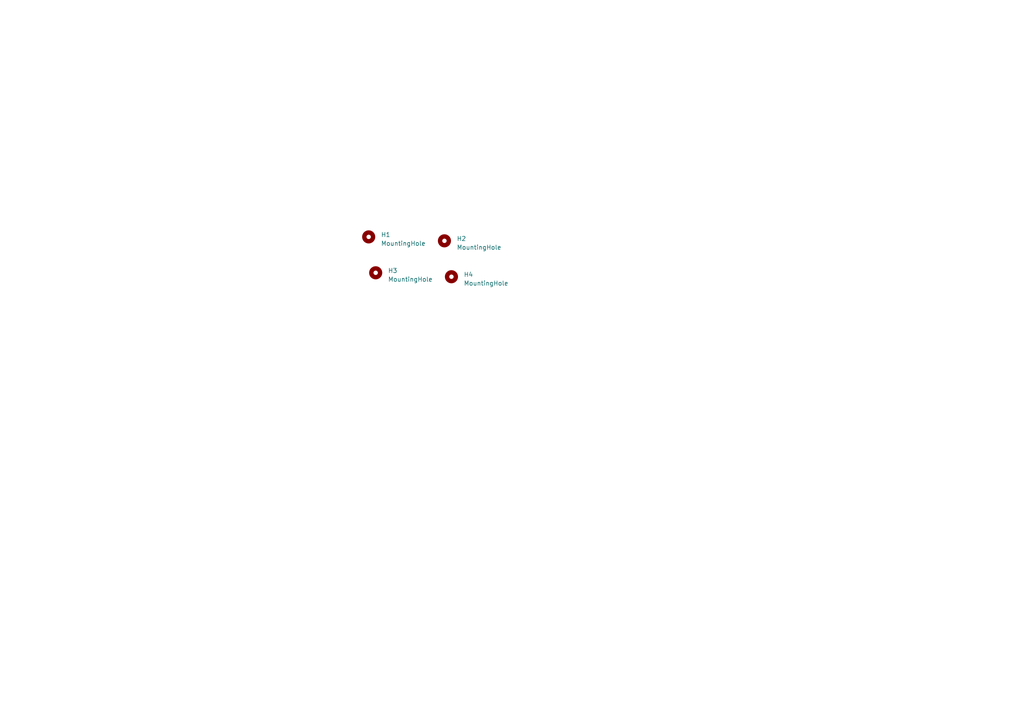
<source format=kicad_sch>
(kicad_sch (version 20230121) (generator eeschema)
  (paper "A4")
  (lib_symbols
    (symbol "Mechanical:MountingHole" (pin_names (offset 1.016))
      (property "Reference" "H" (at 0 5.08 0))
      (property "Value" "MountingHole" (at 0 3.175 0))
      (symbol "MountingHole_0_1"
        (circle (center 0 0) (radius 1.27) (stroke (width 1.27)))
      )
    )
  )
  (symbol (lib_id "Mechanical:MountingHole") (at 108.966 79.121 0) (unit 1)
    (property "Reference" "H3" (at 112.522 78.486 0) (effects (justify left)))
    (property "Value" "MountingHole" (at 112.522 81.026 0) (effects (justify left)))
    (property "Footprint" "Pale Slim Ghost:eurorack panel mounting slot" (effects hide))
  )
  (symbol (lib_id "Mechanical:MountingHole") (at 106.934 68.707 0) (unit 1)
    (property "Reference" "H1" (at 110.49 68.072 0) (effects (justify left)))
    (property "Value" "MountingHole" (at 110.49 70.612 0) (effects (justify left)))
    (property "Footprint" "Pale Slim Ghost:eurorack panel mounting slot" (effects hide))
  )
  (symbol (lib_id "Mechanical:MountingHole") (at 130.937 80.264 0) (unit 1)
    (property "Reference" "H4" (at 134.493 79.629 0) (effects (justify left)))
    (property "Value" "MountingHole" (at 134.493 82.169 0) (effects (justify left)))
    (property "Footprint" "Pale Slim Ghost:eurorack panel mounting slot" (effects hide))
  )
  (symbol (lib_id "Mechanical:MountingHole") (at 128.905 69.85 0) (unit 1)
    (property "Reference" "H2" (at 132.461 69.215 0) (effects (justify left)))
    (property "Value" "MountingHole" (at 132.461 71.755 0) (effects (justify left)))
    (property "Footprint" "Pale Slim Ghost:eurorack panel mounting slot" (effects hide))
  )
)
</source>
